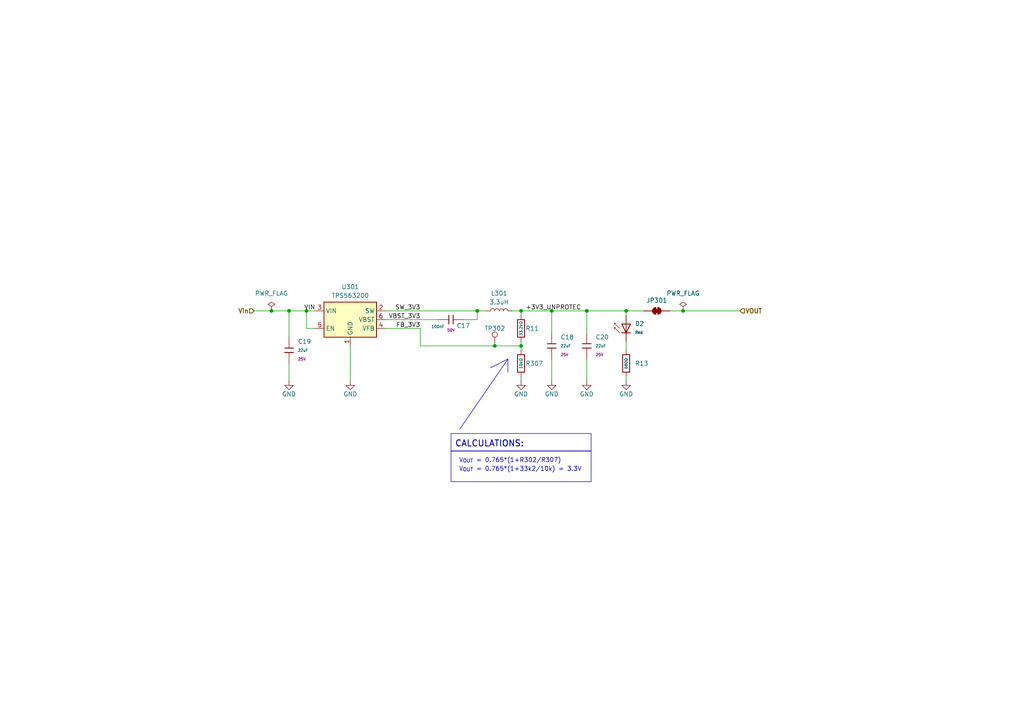
<source format=kicad_sch>
(kicad_sch (version 20250114) (generator "eeschema") (generator_version "9.0")
  (paper "A4")
  (lib_symbols
    (symbol "Connector:TestPoint" (pin_numbers (hide yes)) (pin_names (offset 0.762) (hide yes))
      (property "Reference" "TP" (at 0 6.858 0))
      (property "Value" "TestPoint" (at 0 5.08 0))
      (symbol "TestPoint_0_1"
        (circle (center 0 3.302) (radius 0.762))
      )
      (symbol "TestPoint_1_1"
        (pin passive line (at 0 0 90) (length 2.54) (name "1") (number "1"))
      )
    )
    (symbol "Device:L" (pin_numbers (hide yes)) (pin_names (offset 1.016) (hide yes))
      (property "Reference" "L" (at -1.27 0 90))
      (property "Value" "L" (at 1.905 0 90))
      (symbol "L_0_1"
        (arc (start 0 2.54) (mid 0.6323 1.905) (end 0 1.27))
        (arc (start 0 1.27) (mid 0.6323 0.635) (end 0 0))
        (arc (start 0 0) (mid 0.6323 -0.635) (end 0 -1.27))
        (arc (start 0 -1.27) (mid 0.6323 -1.905) (end 0 -2.54))
      )
      (symbol "L_1_1"
        (pin passive line (at 0 3.81 270) (length 1.27) (name "1") (number "1"))
        (pin passive line (at 0 -3.81 90) (length 1.27) (name "2") (number "2"))
      )
    )
    (symbol "Jumper:SolderJumper_2_Bridged" (pin_numbers (hide yes)) (pin_names (offset 0) (hide yes)) (exclude_from_sim yes) (in_bom no)
      (property "Reference" "JP" (at 0 2.032 0))
      (property "Value" "SolderJumper_2_Bridged" (at 0 -2.54 0))
      (symbol "SolderJumper_2_Bridged_0_1"
        (rectangle (start -0.508 0.508) (end 0.508 -0.508) (fill (type outline)))
        (polyline (pts (xy -0.254 1.016) (xy -0.254 -1.016)))
        (arc (start -0.254 -1.016) (mid -1.2656 0) (end -0.254 1.016))
        (arc (start -0.254 -1.016) (mid -1.2656 0) (end -0.254 1.016) (fill (type outline)))
        (arc (start 0.254 1.016) (mid 1.2656 0) (end 0.254 -1.016))
        (arc (start 0.254 1.016) (mid 1.2656 0) (end 0.254 -1.016) (fill (type outline)))
        (polyline (pts (xy 0.254 1.016) (xy 0.254 -1.016)))
      )
      (symbol "SolderJumper_2_Bridged_1_1"
        (pin passive line (at -3.81 0 0) (length 2.54) (name "A") (number "1"))
        (pin passive line (at 3.81 0 180) (length 2.54) (name "B") (number "2"))
      )
    )
    (symbol "PCM_JLCPCB-Capacitors:0402,100nF,(2)" (pin_numbers (hide yes)) (pin_names (offset 0))
      (property "Reference" "C" (at 2.032 1.668 0))
      (property "Value" "100nF" (at 2.032 -0.3782 0))
      (property "Voltage Rated" "50V" (at 2.032 -2.0462 0))
      (symbol "0402,100nF,(2)_0_1"
        (polyline (pts (xy -1.27 0.635) (xy 1.27 0.635)) (stroke (width 0.254)))
        (polyline (pts (xy -1.27 -0.635) (xy 1.27 -0.635)) (stroke (width 0.254)))
      )
      (symbol "0402,100nF,(2)_1_1"
        (pin passive line (at 0 3.81 270) (length 3.175) (name "~") (number "1"))
        (pin passive line (at 0 -3.81 90) (length 3.175) (name "~") (number "2"))
      )
    )
    (symbol "PCM_JLCPCB-Capacitors:0805,22uF" (pin_numbers (hide yes)) (pin_names (offset 0))
      (property "Reference" "C" (at 2.032 1.668 0))
      (property "Value" "22uF" (at 2.032 -0.3782 0))
      (property "Voltage Rated" "25V" (at 2.032 -2.0462 0))
      (symbol "0805,22uF_0_1"
        (polyline (pts (xy -1.27 0.635) (xy 1.27 0.635)) (stroke (width 0.254)))
        (polyline (pts (xy -1.27 -0.635) (xy 1.27 -0.635)) (stroke (width 0.254)))
      )
      (symbol "0805,22uF_1_1"
        (pin passive line (at 0 3.81 270) (length 3.175) (name "~") (number "1"))
        (pin passive line (at 0 -3.81 90) (length 3.175) (name "~") (number "2"))
      )
    )
    (symbol "PCM_JLCPCB-Diodes:LED,0603,Red" (pin_numbers (hide yes)) (pin_names (offset 0))
      (property "Reference" "D" (at 2.032 0.834 0))
      (property "Value" "Red" (at 2.032 -1.2122 0))
      (symbol "LED,0603,Red_0_1"
        (polyline (pts (xy -1.905 0) (xy -3.429 1.524) (xy -3.429 1.016) (xy -3.429 1.524) (xy -2.921 1.524)) (stroke (width 0.127)))
        (polyline (pts (xy -1.905 -1.27) (xy -3.429 0.254) (xy -3.429 -0.254) (xy -3.429 0.254) (xy -2.921 0.254)) (stroke (width 0.127)))
        (polyline (pts (xy -1.27 1.27) (xy 0 -1.27) (xy 1.27 1.27) (xy -1.27 1.27)) (stroke (width 0.254)))
        (polyline (pts (xy -1.27 -1.27) (xy 1.27 -1.27)) (stroke (width 0.254)))
      )
      (symbol "LED,0603,Red_1_1"
        (pin passive line (at 0 3.81 270) (length 3.81) (name "~") (number "2"))
        (pin passive line (at 0 -3.81 90) (length 3.81) (name "~") (number "1"))
      )
    )
    (symbol "PCM_JLCPCB-Resistors:0402,10kΩ" (pin_numbers (hide yes)) (pin_names (offset 0))
      (property "Reference" "R" (at 1.778 0 0))
      (property "Value" "10kΩ" (at 0 0 90))
      (symbol "0402,10kΩ_0_1"
        (rectangle (start -1.016 2.54) (end 1.016 -2.54) (stroke (width 0.254)))
      )
      (symbol "0402,10kΩ_1_1"
        (pin passive line (at 0 3.81 270) (length 1.27) (name "~") (number "1"))
        (pin passive line (at 0 -3.81 90) (length 1.27) (name "~") (number "2"))
      )
    )
    (symbol "PCM_JLCPCB-Resistors:0402,680Ω" (pin_numbers (hide yes)) (pin_names (offset 0))
      (property "Reference" "R" (at 1.778 0 0))
      (property "Value" "680Ω" (at 0 0 90))
      (symbol "0402,680Ω_0_1"
        (rectangle (start -1.016 2.54) (end 1.016 -2.54) (stroke (width 0.254)))
      )
      (symbol "0402,680Ω_1_1"
        (pin passive line (at 0 3.81 270) (length 1.27) (name "~") (number "1"))
        (pin passive line (at 0 -3.81 90) (length 1.27) (name "~") (number "2"))
      )
    )
    (symbol "Regulator_Switching:TPS563200"
      (property "Reference" "U" (at -7.62 6.35 0))
      (property "Value" "TPS563200" (at -2.54 6.35 0))
      (symbol "TPS563200_0_1"
        (rectangle (start -7.62 5.08) (end 7.62 -5.08) (stroke (width 0.254)) (fill (type background)))
      )
      (symbol "TPS563200_1_1"
        (pin power_in line (at -10.16 2.54 0) (length 2.54) (name "VIN") (number "3"))
        (pin input line (at -10.16 -2.54 0) (length 2.54) (name "EN") (number "5"))
        (pin power_in line (at 0 -7.62 90) (length 2.54) (name "GND") (number "1"))
        (pin output line (at 10.16 2.54 180) (length 2.54) (name "SW") (number "2"))
        (pin passive line (at 10.16 0 180) (length 2.54) (name "VBST") (number "6"))
        (pin input line (at 10.16 -2.54 180) (length 2.54) (name "VFB") (number "4"))
      )
    )
    (symbol "power:GND" (power) (pin_numbers (hide yes)) (pin_names (offset 0) (hide yes))
      (property "Value" "GND" (at 0 -3.81 0))
      (symbol "GND_0_1"
        (polyline (pts (xy 0 0) (xy 0 -1.27) (xy 1.27 -1.27) (xy 0 -2.54) (xy -1.27 -1.27) (xy 0 -1.27)))
      )
      (symbol "GND_1_1"
        (pin power_in line (at 0 0 270) (length 0) (name "~") (number "1"))
      )
    )
    (symbol "power:PWR_FLAG" (power) (pin_numbers (hide yes)) (pin_names (offset 0) (hide yes))
      (property "Value" "PWR_FLAG" (at 0 3.81 0))
      (symbol "PWR_FLAG_0_0"
        (pin power_out line (at 0 0 90) (length 0) (name "~") (number "1"))
      )
      (symbol "PWR_FLAG_0_1"
        (polyline (pts (xy 0 0) (xy 0 1.27) (xy -1.016 1.905) (xy 0 2.54) (xy 1.016 1.905) (xy 0 1.27)))
      )
    )
  )
  (rectangle (start 130.81 130.81) (end 171.45 139.7))
  (rectangle (start 130.81 125.73) (end 171.45 130.81))
  (text "CALCULATIONS:" (at 141.986 128.778 0) (effects (font (size 1.778 1.778) (thickness 0.254) (bold yes))))
  (text "V_{OUT} = 0.765*(1+33k2/10k) = 3.3V" (at 133.096 136.144 0) (effects (font (size 1.27 1.27)) (justify left)))
  (text "V_{OUT} = 0.765*(1+R302/R307)" (at 133.096 133.604 0) (effects (font (size 1.27 1.27)) (justify left)))
  (junction (at 170.18 90.17))
  (junction (at 83.82 90.17))
  (junction (at 151.13 90.17))
  (junction (at 88.9 90.17))
  (junction (at 198.12 90.17))
  (junction (at 143.51 100.33))
  (junction (at 138.43 90.17))
  (junction (at 160.02 90.17))
  (junction (at 181.61 90.17))
  (junction (at 151.13 100.33))
  (junction (at 78.74 90.17))
  (wire (pts (xy 101.6 100.33) (xy 101.6 110.49)))
  (wire (pts (xy 148.59 90.17) (xy 151.13 90.17)))
  (wire (pts (xy 181.61 90.17) (xy 186.69 90.17)))
  (wire (pts (xy 83.82 97.79) (xy 83.82 90.17)))
  (wire (pts (xy 181.61 109.22) (xy 181.61 110.49)))
  (wire (pts (xy 111.76 95.25) (xy 121.92 95.25)))
  (wire (pts (xy 138.43 92.71) (xy 138.43 90.17)))
  (wire (pts (xy 88.9 95.25) (xy 91.44 95.25)))
  (wire (pts (xy 73.66 90.17) (xy 78.74 90.17)))
  (wire (pts (xy 111.76 90.17) (xy 138.43 90.17)))
  (wire (pts (xy 160.02 90.17) (xy 170.18 90.17)))
  (wire (pts (xy 170.18 90.17) (xy 170.18 96.52)))
  (wire (pts (xy 88.9 90.17) (xy 91.44 90.17)))
  (wire (pts (xy 160.02 104.14) (xy 160.02 110.49)))
  (wire (pts (xy 194.31 90.17) (xy 198.12 90.17)))
  (polyline (pts (xy 147.32 104.14) (xy 147.32 107.95)))
  (wire (pts (xy 151.13 90.17) (xy 160.02 90.17)))
  (wire (pts (xy 88.9 95.25) (xy 88.9 90.17)))
  (wire (pts (xy 151.13 110.49) (xy 151.13 109.22)))
  (wire (pts (xy 83.82 90.17) (xy 88.9 90.17)))
  (wire (pts (xy 170.18 90.17) (xy 181.61 90.17)))
  (polyline (pts (xy 133.35 124.46) (xy 147.32 104.14)))
  (wire (pts (xy 198.12 90.17) (xy 214.63 90.17)))
  (wire (pts (xy 181.61 90.17) (xy 181.61 91.44)))
  (wire (pts (xy 160.02 90.17) (xy 160.02 96.52)))
  (wire (pts (xy 181.61 101.6) (xy 181.61 99.06)))
  (wire (pts (xy 111.76 92.71) (xy 127 92.71)))
  (wire (pts (xy 151.13 100.33) (xy 151.13 101.6)))
  (wire (pts (xy 121.92 100.33) (xy 143.51 100.33)))
  (wire (pts (xy 143.51 100.33) (xy 151.13 100.33)))
  (polyline (pts (xy 142.24 106.68) (xy 147.32 104.14)))
  (wire (pts (xy 138.43 90.17) (xy 140.97 90.17)))
  (wire (pts (xy 134.62 92.71) (xy 138.43 92.71)))
  (wire (pts (xy 78.74 90.17) (xy 83.82 90.17)))
  (wire (pts (xy 170.18 104.14) (xy 170.18 110.49)))
  (wire (pts (xy 121.92 95.25) (xy 121.92 100.33)))
  (wire (pts (xy 151.13 99.06) (xy 151.13 100.33)))
  (wire (pts (xy 151.13 91.44) (xy 151.13 90.17)))
  (wire (pts (xy 83.82 105.41) (xy 83.82 110.49)))
  (label "VIN" (at 91.44 90.17 180))
  (label "SW_3V3" (at 121.92 90.17 180))
  (label "FB_3V3" (at 121.92 95.25 180))
  (label "+3V3_UNPROTEC" (at 152.4 90.17 0))
  (label "VBST_3V3" (at 121.92 92.71 180))
  (hierarchical_label "Vin" (shape input) (at 73.66 90.17 180) (effects (font (thickness 0.254) (bold yes))))
  (hierarchical_label "VOUT" (shape input) (at 214.63 90.17 0) (effects (font (thickness 0.254) (bold yes))))
  (symbol (lib_id "PCM_JLCPCB-Capacitors:0805,22uF") (at 170.18 100.33 0) (unit 1)
    (property "Reference" "C20" (at 172.72 97.7899 0) (effects (justify left)))
    (property "Value" "22uF" (at 172.72 100.33 0) (effects (font (size 0.8 0.8)) (justify left)))
    (property "Footprint" "PCM_JLCPCB:C_0805" (effects (hide yes)))
    (property "Datasheet" "https://www.lcsc.com/datasheet/lcsc_datasheet_2304140030_Samsung-Electro-Mechanics-CL21A226MAQNNNE_C45783.pdf" (effects (hide yes)))
    (property "Description" "25V 22uF X5R ±20% 0805 Multilayer Ceramic Capacitors MLCC - SMD/SMT ROHS" (effects (hide yes)))
    (property "LCSC" "C45783" (effects (hide yes)))
    (property "Stock" "3152058" (effects (hide yes)))
    (property "Price" "0.026USD" (effects (hide yes)))
    (property "Process" "SMT" (effects (hide yes)))
    (property "Minimum Qty" "20" (effects (hide yes)))
    (property "Attrition Qty" "6" (effects (hide yes)))
    (property "Class" "Basic Component" (effects (hide yes)))
    (property "Category" "Capacitors,Multilayer Ceramic Capacitors MLCC - SMD/SMT" (effects (hide yes)))
    (property "Manufacturer" "Samsung Electro-Mechanics" (effects (hide yes)))
    (property "Part" "CL21A226MAQNNNE" (effects (hide yes)))
    (property "Voltage Rated" "25V" (at 172.72 102.87 0) (effects (font (size 0.8 0.8)) (justify left)))
    (property "Tolerance" "±20%" (effects (hide yes)))
    (property "Capacitance" "22uF" (effects (hide yes)))
    (property "Temperature Coefficient" "X5R" (effects (hide yes)))
  )
  (symbol (lib_id "Regulator_Switching:TPS563200") (at 101.6 92.71 0) (unit 1)
    (property "Reference" "U301" (at 101.6 83.185 0))
    (property "Value" "TPS563200" (at 101.6 85.725 0))
    (property "Footprint" "Package_TO_SOT_SMD:SOT-23-6" (effects (hide yes)))
    (property "Datasheet" "http://www.ti.com/lit/ds/symlink/tps563200.pdf" (effects (hide yes)))
    (property "Description" "3A Synchronous Step-Down Voltage Regulator, Adjustable Output Voltage, 4.5-17V Input Voltage, SOT-23-6" (effects (hide yes)))
  )
  (symbol (lib_id "PCM_JLCPCB-Diodes:LED,0603,Red") (at 181.61 95.25 0) (unit 1)
    (property "Reference" "D2" (at 184.15 93.8846 0) (effects (justify left)))
    (property "Value" "Red" (at 184.15 96.4247 0) (effects (font (size 0.8 0.8)) (justify left)))
    (property "Footprint" "PCM_JLCPCB:D_0603" (effects (hide yes)))
    (property "Datasheet" "https://www.lcsc.com/datasheet/lcsc_datasheet_1810231112_Hubei-KENTO-Elec-KT-0603R_C2286.pdf" (effects (hide yes)))
    (property "Description" "-40°C~+85°C Red 0603 LED Indication - Discrete ROHS" (effects (hide yes)))
    (property "LCSC" "C2286" (effects (hide yes)))
    (property "Stock" "3289269" (effects (hide yes)))
    (property "Price" "0.009USD" (effects (hide yes)))
    (property "Process" "SMT" (effects (hide yes)))
    (property "Minimum Qty" "20" (effects (hide yes)))
    (property "Attrition Qty" "6" (effects (hide yes)))
    (property "Class" "Basic Component" (effects (hide yes)))
    (property "Category" "Optocouplers & LEDs & Infrared,Light Emitting Diodes (LED)" (effects (hide yes)))
    (property "Manufacturer" "Hubei KENTO Elec" (effects (hide yes)))
    (property "Part" "KT-0603R" (effects (hide yes)))
  )
  (symbol (lib_id "PCM_JLCPCB-Resistors:0402,10kΩ") (at 151.13 95.25 0) (unit 1)
    (property "Reference" "R11" (at 152.4 95.25 0) (effects (justify left)))
    (property "Value" "33.2kΩ" (at 151.13 95.25 90) (effects (font (size 0.8 0.8))))
    (property "Footprint" "PCM_JLCPCB:R_0402" (effects (hide yes)))
    (property "Datasheet" "https://www.lcsc.com/datasheet/lcsc_datasheet_2411221126_UNI-ROYAL-Uniroyal-Elec-0402WGF1002TCE_C25744.pdf" (effects (hide yes)))
    (property "Description" "62.5mW Thick Film Resistors 50V ±100ppm/°C ±1% 10kΩ 0402 Chip Resistor - Surface Mount ROHS" (effects (hide yes)))
    (property "LCSC" "C122548" (effects (hide yes)))
    (property "Stock" "13746052" (effects (hide yes)))
    (property "Price" "0.004USD" (effects (hide yes)))
    (property "Process" "SMT" (effects (hide yes)))
    (property "Minimum Qty" "5" (effects (hide yes)))
    (property "Attrition Qty" "0" (effects (hide yes)))
    (property "Class" "Basic Component" (effects (hide yes)))
    (property "Category" "Resistors,Chip Resistor - Surface Mount" (effects (hide yes)))
    (property "Manufacturer" "UNI-ROYAL(Uniroyal Elec)" (effects (hide yes)))
    (property "Part" "0402WGF1002TCE" (effects (hide yes)))
    (property "Resistance" "10kΩ" (effects (hide yes)))
    (property "Power(Watts)" "62.5mW" (effects (hide yes)))
    (property "Type" "Thick Film Resistors" (effects (hide yes)))
    (property "Overload Voltage (Max)" "50V" (effects (hide yes)))
    (property "Operating Temperature Range" "-55°C~+155°C" (effects (hide yes)))
    (property "Tolerance" "±1%" (effects (hide yes)))
    (property "Temperature Coefficient" "±100ppm/°C" (effects (hide yes)))
  )
  (symbol (lib_id "PCM_JLCPCB-Capacitors:0402,100nF,(2)") (at 130.81 92.71 270) (unit 1)
    (property "Reference" "C17" (at 134.366 94.488 90))
    (property "Value" "100nF" (at 127 94.742 90) (effects (font (size 0.8 0.8))))
    (property "Footprint" "PCM_JLCPCB:C_0402" (effects (hide yes)))
    (property "Datasheet" "https://www.lcsc.com/datasheet/lcsc_datasheet_2304140030_Samsung-Electro-Mechanics-CL05B104KB54PNC_C307331.pdf" (effects (hide yes)))
    (property "Description" "50V 100nF X7R ±10% 0402 Multilayer Ceramic Capacitors MLCC - SMD/SMT ROHS" (effects (hide yes)))
    (property "LCSC" "C307331" (effects (hide yes)))
    (property "Stock" "5475927" (effects (hide yes)))
    (property "Price" "0.008USD" (effects (hide yes)))
    (property "Process" "SMT" (effects (hide yes)))
    (property "Minimum Qty" "20" (effects (hide yes)))
    (property "Attrition Qty" "10" (effects (hide yes)))
    (property "Class" "Basic Component" (effects (hide yes)))
    (property "Category" "Capacitors,Multilayer Ceramic Capacitors MLCC - SMD/SMT" (effects (hide yes)))
    (property "Manufacturer" "Samsung Electro-Mechanics" (effects (hide yes)))
    (property "Part" "CL05B104KB54PNC" (effects (hide yes)))
    (property "Voltage Rated" "50V" (at 130.81 95.758 90) (effects (font (size 0.8 0.8))))
    (property "Tolerance" "±10%" (effects (hide yes)))
    (property "Capacitance" "100nF" (effects (hide yes)))
    (property "Temperature Coefficient" "X7R" (effects (hide yes)))
  )
  (symbol (lib_id "Device:L") (at 144.78 90.17 90) (unit 1)
    (property "Reference" "L301" (at 144.78 85.09 90))
    (property "Value" "3.3uH" (at 144.78 87.63 90))
    (property "Footprint" "Inductor_SMD:L_Changjiang_FXL0420" (effects (hide yes)))
    (property "Datasheet" "https://www.lcsc.com/datasheet/C167207.pdf" (effects (hide yes)))
    (property "Description" "3.3A 3.3uH Molded Inductor ±20% 4A SMD,4.2x4.4mm Power Inductors ROHS" (effects (hide yes)))
    (property "LCSC" "C167207" (effects (hide yes)))
  )
  (symbol (lib_id "power:GND") (at 181.61 110.49 0) (unit 1)
    (property "Reference" "#PWR019" (effects (hide yes)))
    (property "Value" "GND" (at 181.61 114.3 0))
    (property "Description" "Power symbol creates a global label with name \"GND\" , ground" (effects (hide yes)))
  )
  (symbol (lib_id "Jumper:SolderJumper_2_Bridged") (at 190.5 90.17 0) (unit 1)
    (property "Reference" "JP301" (at 190.5 87.122 0))
    (property "Value" "SolderJumper_2_Bridged" (effects (hide yes)))
    (property "Footprint" "Jumper:SolderJumper-2_P1.3mm_Open_TrianglePad1.0x1.5mm" (effects (hide yes)))
    (property "Description" "Solder Jumper, 2-pole, closed/bridged" (effects (hide yes)))
  )
  (symbol (lib_id "power:PWR_FLAG") (at 198.12 90.17 0) (unit 1)
    (property "Reference" "#FLG0400" (effects (hide yes)))
    (property "Value" "PWR_FLAG" (at 198.12 85.09 0))
    (property "Description" "Special symbol for telling ERC where power comes from" (effects (hide yes)))
  )
  (symbol (lib_id "power:GND") (at 83.82 110.49 0) (unit 1)
    (property "Reference" "#PWR319" (effects (hide yes)))
    (property "Value" "GND" (at 83.82 114.3 0))
    (property "Description" "Power symbol creates a global label with name \"GND\" , ground" (effects (hide yes)))
  )
  (symbol (lib_id "PCM_JLCPCB-Capacitors:0805,22uF") (at 83.82 101.6 0) (unit 1)
    (property "Reference" "C19" (at 86.36 99.0599 0) (effects (justify left)))
    (property "Value" "22uF" (at 86.36 101.6 0) (effects (font (size 0.8 0.8)) (justify left)))
    (property "Footprint" "PCM_JLCPCB:C_0805" (effects (hide yes)))
    (property "Datasheet" "https://www.lcsc.com/datasheet/lcsc_datasheet_2304140030_Samsung-Electro-Mechanics-CL21A226MAQNNNE_C45783.pdf" (effects (hide yes)))
    (property "Description" "25V 22uF X5R ±20% 0805 Multilayer Ceramic Capacitors MLCC - SMD/SMT ROHS" (effects (hide yes)))
    (property "LCSC" "C45783" (effects (hide yes)))
    (property "Stock" "3152058" (effects (hide yes)))
    (property "Price" "0.026USD" (effects (hide yes)))
    (property "Process" "SMT" (effects (hide yes)))
    (property "Minimum Qty" "20" (effects (hide yes)))
    (property "Attrition Qty" "6" (effects (hide yes)))
    (property "Class" "Basic Component" (effects (hide yes)))
    (property "Category" "Capacitors,Multilayer Ceramic Capacitors MLCC - SMD/SMT" (effects (hide yes)))
    (property "Manufacturer" "Samsung Electro-Mechanics" (effects (hide yes)))
    (property "Part" "CL21A226MAQNNNE" (effects (hide yes)))
    (property "Voltage Rated" "25V" (at 86.36 104.14 0) (effects (font (size 0.8 0.8)) (justify left)))
    (property "Tolerance" "±20%" (effects (hide yes)))
    (property "Capacitance" "22uF" (effects (hide yes)))
    (property "Temperature Coefficient" "X5R" (effects (hide yes)))
  )
  (symbol (lib_id "power:GND") (at 170.18 110.49 0) (unit 1)
    (property "Reference" "#PWR323" (effects (hide yes)))
    (property "Value" "GND" (at 170.18 114.3 0))
    (property "Description" "Power symbol creates a global label with name \"GND\" , ground" (effects (hide yes)))
  )
  (symbol (lib_id "power:GND") (at 101.6 110.49 0) (unit 1)
    (property "Reference" "#PWR320" (effects (hide yes)))
    (property "Value" "GND" (at 101.6 114.3 0))
    (property "Description" "Power symbol creates a global label with name \"GND\" , ground" (effects (hide yes)))
  )
  (symbol (lib_id "power:PWR_FLAG") (at 78.74 90.17 0) (unit 1)
    (property "Reference" "#FLG04" (effects (hide yes)))
    (property "Value" "PWR_FLAG" (at 78.74 85.09 0))
    (property "Description" "Special symbol for telling ERC where power comes from" (effects (hide yes)))
  )
  (symbol (lib_id "power:GND") (at 151.13 110.49 0) (unit 1)
    (property "Reference" "#PWR321" (effects (hide yes)))
    (property "Value" "GND" (at 151.13 114.3 0))
    (property "Description" "Power symbol creates a global label with name \"GND\" , ground" (effects (hide yes)))
  )
  (symbol (lib_id "PCM_JLCPCB-Resistors:0402,10kΩ") (at 151.13 105.41 0) (unit 1)
    (property "Reference" "R307" (at 152.4 105.41 0) (effects (justify left)))
    (property "Value" "10kΩ" (at 151.13 105.41 90) (effects (font (size 0.8 0.8))))
    (property "Footprint" "PCM_JLCPCB:R_0402" (effects (hide yes)))
    (property "Datasheet" "https://www.lcsc.com/datasheet/lcsc_datasheet_2411221126_UNI-ROYAL-Uniroyal-Elec-0402WGF1002TCE_C25744.pdf" (effects (hide yes)))
    (property "Description" "62.5mW Thick Film Resistors 50V ±100ppm/°C ±1% 10kΩ 0402 Chip Resistor - Surface Mount ROHS" (effects (hide yes)))
    (property "LCSC" "C25744" (effects (hide yes)))
    (property "Stock" "13746052" (effects (hide yes)))
    (property "Price" "0.004USD" (effects (hide yes)))
    (property "Process" "SMT" (effects (hide yes)))
    (property "Minimum Qty" "5" (effects (hide yes)))
    (property "Attrition Qty" "0" (effects (hide yes)))
    (property "Class" "Basic Component" (effects (hide yes)))
    (property "Category" "Resistors,Chip Resistor - Surface Mount" (effects (hide yes)))
    (property "Manufacturer" "UNI-ROYAL(Uniroyal Elec)" (effects (hide yes)))
    (property "Part" "0402WGF1002TCE" (effects (hide yes)))
    (property "Resistance" "10kΩ" (effects (hide yes)))
    (property "Power(Watts)" "62.5mW" (effects (hide yes)))
    (property "Type" "Thick Film Resistors" (effects (hide yes)))
    (property "Overload Voltage (Max)" "50V" (effects (hide yes)))
    (property "Operating Temperature Range" "-55°C~+155°C" (effects (hide yes)))
    (property "Tolerance" "±1%" (effects (hide yes)))
    (property "Temperature Coefficient" "±100ppm/°C" (effects (hide yes)))
  )
  (symbol (lib_id "Connector:TestPoint") (at 143.51 100.33 0) (unit 1)
    (property "Reference" "TP302" (at 143.51 95.25 0))
    (property "Value" "TestPoint" (effects (hide yes)))
    (property "Footprint" "TestPoint:TestPoint_Pad_D1.0mm" (effects (hide yes)))
    (property "Description" "test point" (effects (hide yes)))
  )
  (symbol (lib_id "PCM_JLCPCB-Capacitors:0805,22uF") (at 160.02 100.33 0) (unit 1)
    (property "Reference" "C18" (at 162.56 97.7899 0) (effects (justify left)))
    (property "Value" "22uF" (at 162.56 100.33 0) (effects (font (size 0.8 0.8)) (justify left)))
    (property "Footprint" "PCM_JLCPCB:C_0805" (effects (hide yes)))
    (property "Datasheet" "https://www.lcsc.com/datasheet/lcsc_datasheet_2304140030_Samsung-Electro-Mechanics-CL21A226MAQNNNE_C45783.pdf" (effects (hide yes)))
    (property "Description" "25V 22uF X5R ±20% 0805 Multilayer Ceramic Capacitors MLCC - SMD/SMT ROHS" (effects (hide yes)))
    (property "LCSC" "C45783" (effects (hide yes)))
    (property "Stock" "3152058" (effects (hide yes)))
    (property "Price" "0.026USD" (effects (hide yes)))
    (property "Process" "SMT" (effects (hide yes)))
    (property "Minimum Qty" "20" (effects (hide yes)))
    (property "Attrition Qty" "6" (effects (hide yes)))
    (property "Class" "Basic Component" (effects (hide yes)))
    (property "Category" "Capacitors,Multilayer Ceramic Capacitors MLCC - SMD/SMT" (effects (hide yes)))
    (property "Manufacturer" "Samsung Electro-Mechanics" (effects (hide yes)))
    (property "Part" "CL21A226MAQNNNE" (effects (hide yes)))
    (property "Voltage Rated" "25V" (at 162.56 102.87 0) (effects (font (size 0.8 0.8)) (justify left)))
    (property "Tolerance" "±20%" (effects (hide yes)))
    (property "Capacitance" "22uF" (effects (hide yes)))
    (property "Temperature Coefficient" "X5R" (effects (hide yes)))
  )
  (symbol (lib_id "PCM_JLCPCB-Resistors:0402,680Ω") (at 181.61 105.41 0) (unit 1)
    (property "Reference" "R13" (at 184.15 105.4099 0) (effects (justify left)))
    (property "Value" "680Ω" (at 181.61 105.41 90) (effects (font (size 0.8 0.8))))
    (property "Footprint" "PCM_JLCPCB:R_0402" (effects (hide yes)))
    (property "Datasheet" "https://www.lcsc.com/datasheet/lcsc_datasheet_2205311900_UNI-ROYAL-Uniroyal-Elec-0402WGF6800TCE_C25130.pdf" (effects (hide yes)))
    (property "Description" "62.5mW Thick Film Resistors 50V ±100ppm/°C ±1% 680Ω 0402 Chip Resistor - Surface Mount ROHS" (effects (hide yes)))
    (property "LCSC" "C25130" (effects (hide yes)))
    (property "Stock" "148945" (effects (hide yes)))
    (property "Price" "0.004USD" (effects (hide yes)))
    (property "Process" "SMT" (effects (hide yes)))
    (property "Minimum Qty" "20" (effects (hide yes)))
    (property "Attrition Qty" "10" (effects (hide yes)))
    (property "Class" "Preferred Component" (effects (hide yes)))
    (property "Category" "Resistors,Chip Resistor - Surface Mount" (effects (hide yes)))
    (property "Manufacturer" "UNI-ROYAL(Uniroyal Elec)" (effects (hide yes)))
    (property "Part" "0402WGF6800TCE" (effects (hide yes)))
    (property "Resistance" "680Ω" (effects (hide yes)))
    (property "Power(Watts)" "62.5mW" (effects (hide yes)))
    (property "Type" "Thick Film Resistors" (effects (hide yes)))
    (property "Overload Voltage (Max)" "50V" (effects (hide yes)))
    (property "Operating Temperature Range" "-55°C~+155°C" (effects (hide yes)))
    (property "Tolerance" "±1%" (effects (hide yes)))
    (property "Temperature Coefficient" "±100ppm/°C" (effects (hide yes)))
  )
  (symbol (lib_id "power:GND") (at 160.02 110.49 0) (unit 1)
    (property "Reference" "#PWR322" (effects (hide yes)))
    (property "Value" "GND" (at 160.02 114.3 0))
    (property "Description" "Power symbol creates a global label with name \"GND\" , ground" (effects (hide yes)))
  )
)
</source>
